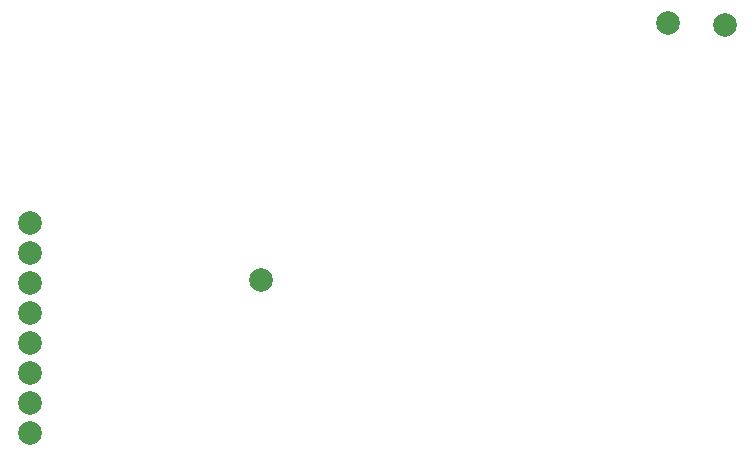
<source format=gbr>
G04 #@! TF.GenerationSoftware,KiCad,Pcbnew,(6.0.9-0)*
G04 #@! TF.CreationDate,2024-06-23T22:48:42+01:00*
G04 #@! TF.ProjectId,BalanceBoard,42616c61-6e63-4654-926f-6172642e6b69,rev?*
G04 #@! TF.SameCoordinates,Original*
G04 #@! TF.FileFunction,Paste,Bot*
G04 #@! TF.FilePolarity,Positive*
%FSLAX46Y46*%
G04 Gerber Fmt 4.6, Leading zero omitted, Abs format (unit mm)*
G04 Created by KiCad (PCBNEW (6.0.9-0)) date 2024-06-23 22:48:42*
%MOMM*%
%LPD*%
G01*
G04 APERTURE LIST*
%ADD10C,2.000000*%
G04 APERTURE END LIST*
D10*
X77978000Y-103886000D03*
X58420000Y-116840000D03*
X112420400Y-82092800D03*
X58420000Y-106680000D03*
X58420000Y-101600000D03*
X117246400Y-82245200D03*
X58420000Y-114300000D03*
X58420000Y-111760000D03*
X58420000Y-104140000D03*
X58420000Y-109220000D03*
X58420000Y-99060000D03*
M02*

</source>
